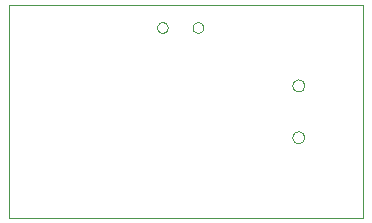
<source format=gko>
G75*
%MOIN*%
%OFA0B0*%
%FSLAX24Y24*%
%IPPOS*%
%LPD*%
%AMOC8*
5,1,8,0,0,1.08239X$1,22.5*
%
%ADD10C,0.0000*%
D10*
X000226Y000180D02*
X000226Y007267D01*
X012037Y007267D01*
X012037Y000180D01*
X000226Y000180D01*
X009675Y002857D02*
X009677Y002884D01*
X009683Y002911D01*
X009692Y002937D01*
X009705Y002961D01*
X009721Y002984D01*
X009740Y003003D01*
X009762Y003020D01*
X009786Y003034D01*
X009811Y003044D01*
X009838Y003051D01*
X009865Y003054D01*
X009893Y003053D01*
X009920Y003048D01*
X009946Y003040D01*
X009970Y003028D01*
X009993Y003012D01*
X010014Y002994D01*
X010031Y002973D01*
X010046Y002949D01*
X010057Y002924D01*
X010065Y002898D01*
X010069Y002871D01*
X010069Y002843D01*
X010065Y002816D01*
X010057Y002790D01*
X010046Y002765D01*
X010031Y002741D01*
X010014Y002720D01*
X009993Y002702D01*
X009971Y002686D01*
X009946Y002674D01*
X009920Y002666D01*
X009893Y002661D01*
X009865Y002660D01*
X009838Y002663D01*
X009811Y002670D01*
X009786Y002680D01*
X009762Y002694D01*
X009740Y002711D01*
X009721Y002730D01*
X009705Y002753D01*
X009692Y002777D01*
X009683Y002803D01*
X009677Y002830D01*
X009675Y002857D01*
X009675Y004589D02*
X009677Y004616D01*
X009683Y004643D01*
X009692Y004669D01*
X009705Y004693D01*
X009721Y004716D01*
X009740Y004735D01*
X009762Y004752D01*
X009786Y004766D01*
X009811Y004776D01*
X009838Y004783D01*
X009865Y004786D01*
X009893Y004785D01*
X009920Y004780D01*
X009946Y004772D01*
X009970Y004760D01*
X009993Y004744D01*
X010014Y004726D01*
X010031Y004705D01*
X010046Y004681D01*
X010057Y004656D01*
X010065Y004630D01*
X010069Y004603D01*
X010069Y004575D01*
X010065Y004548D01*
X010057Y004522D01*
X010046Y004497D01*
X010031Y004473D01*
X010014Y004452D01*
X009993Y004434D01*
X009971Y004418D01*
X009946Y004406D01*
X009920Y004398D01*
X009893Y004393D01*
X009865Y004392D01*
X009838Y004395D01*
X009811Y004402D01*
X009786Y004412D01*
X009762Y004426D01*
X009740Y004443D01*
X009721Y004462D01*
X009705Y004485D01*
X009692Y004509D01*
X009683Y004535D01*
X009677Y004562D01*
X009675Y004589D01*
X006349Y006519D02*
X006351Y006545D01*
X006357Y006571D01*
X006367Y006596D01*
X006380Y006619D01*
X006396Y006639D01*
X006416Y006657D01*
X006438Y006672D01*
X006461Y006684D01*
X006487Y006692D01*
X006513Y006696D01*
X006539Y006696D01*
X006565Y006692D01*
X006591Y006684D01*
X006615Y006672D01*
X006636Y006657D01*
X006656Y006639D01*
X006672Y006619D01*
X006685Y006596D01*
X006695Y006571D01*
X006701Y006545D01*
X006703Y006519D01*
X006701Y006493D01*
X006695Y006467D01*
X006685Y006442D01*
X006672Y006419D01*
X006656Y006399D01*
X006636Y006381D01*
X006614Y006366D01*
X006591Y006354D01*
X006565Y006346D01*
X006539Y006342D01*
X006513Y006342D01*
X006487Y006346D01*
X006461Y006354D01*
X006437Y006366D01*
X006416Y006381D01*
X006396Y006399D01*
X006380Y006419D01*
X006367Y006442D01*
X006357Y006467D01*
X006351Y006493D01*
X006349Y006519D01*
X005167Y006519D02*
X005169Y006545D01*
X005175Y006571D01*
X005185Y006596D01*
X005198Y006619D01*
X005214Y006639D01*
X005234Y006657D01*
X005256Y006672D01*
X005279Y006684D01*
X005305Y006692D01*
X005331Y006696D01*
X005357Y006696D01*
X005383Y006692D01*
X005409Y006684D01*
X005433Y006672D01*
X005454Y006657D01*
X005474Y006639D01*
X005490Y006619D01*
X005503Y006596D01*
X005513Y006571D01*
X005519Y006545D01*
X005521Y006519D01*
X005519Y006493D01*
X005513Y006467D01*
X005503Y006442D01*
X005490Y006419D01*
X005474Y006399D01*
X005454Y006381D01*
X005432Y006366D01*
X005409Y006354D01*
X005383Y006346D01*
X005357Y006342D01*
X005331Y006342D01*
X005305Y006346D01*
X005279Y006354D01*
X005255Y006366D01*
X005234Y006381D01*
X005214Y006399D01*
X005198Y006419D01*
X005185Y006442D01*
X005175Y006467D01*
X005169Y006493D01*
X005167Y006519D01*
M02*

</source>
